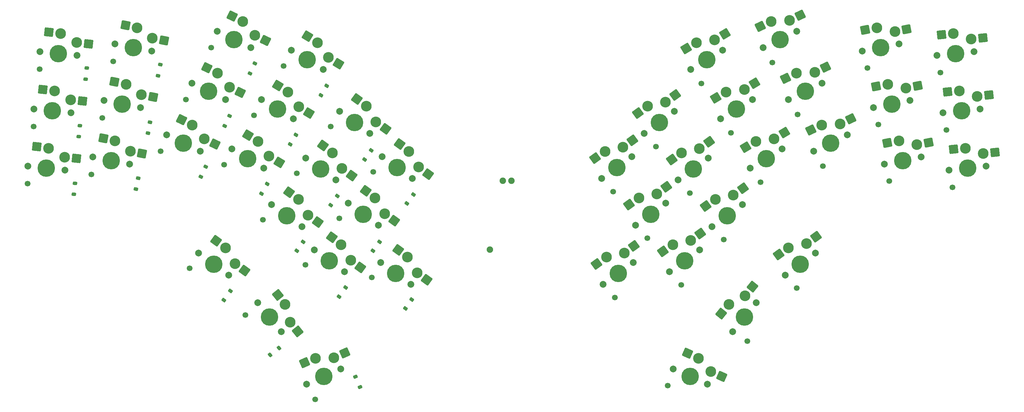
<source format=gbs>
G04 #@! TF.GenerationSoftware,KiCad,Pcbnew,8.0.3*
G04 #@! TF.CreationDate,2024-06-16T15:20:09+01:00*
G04 #@! TF.ProjectId,ykb,796b622e-6b69-4636-9164-5f7063625858,v1.0.0*
G04 #@! TF.SameCoordinates,Original*
G04 #@! TF.FileFunction,Soldermask,Bot*
G04 #@! TF.FilePolarity,Negative*
%FSLAX46Y46*%
G04 Gerber Fmt 4.6, Leading zero omitted, Abs format (unit mm)*
G04 Created by KiCad (PCBNEW 8.0.3) date 2024-06-16 15:20:09*
%MOMM*%
%LPD*%
G01*
G04 APERTURE LIST*
G04 Aperture macros list*
%AMRoundRect*
0 Rectangle with rounded corners*
0 $1 Rounding radius*
0 $2 $3 $4 $5 $6 $7 $8 $9 X,Y pos of 4 corners*
0 Add a 4 corners polygon primitive as box body*
4,1,4,$2,$3,$4,$5,$6,$7,$8,$9,$2,$3,0*
0 Add four circle primitives for the rounded corners*
1,1,$1+$1,$2,$3*
1,1,$1+$1,$4,$5*
1,1,$1+$1,$6,$7*
1,1,$1+$1,$8,$9*
0 Add four rect primitives between the rounded corners*
20,1,$1+$1,$2,$3,$4,$5,0*
20,1,$1+$1,$4,$5,$6,$7,0*
20,1,$1+$1,$6,$7,$8,$9,0*
20,1,$1+$1,$8,$9,$2,$3,0*%
G04 Aperture macros list end*
%ADD10C,1.900000*%
%ADD11C,3.150000*%
%ADD12RoundRect,0.260000X-1.395932X-0.516913X0.549920X-1.383262X1.395932X0.516913X-0.549920X1.383262X0*%
%ADD13C,5.150000*%
%ADD14C,2.000000*%
%ADD15C,1.700000*%
%ADD16RoundRect,0.260000X0.138006X-1.482154X1.478458X0.173167X-0.138006X1.482154X-1.478458X-0.173167X0*%
%ADD17RoundRect,0.260000X-0.250306X-1.467369X1.472900X-0.215386X0.250306X1.467369X-1.472900X0.215386X0*%
%ADD18RoundRect,0.260000X-0.377244X-1.439970X1.448523X-0.342938X0.377244X1.439970X-1.448523X0.342938X0*%
%ADD19RoundRect,0.260000X-0.501310X-1.401611X1.413122X-0.467881X0.501310X1.401611X-1.413122X0.467881X0*%
%ADD20RoundRect,0.260000X-0.846992X-1.224104X1.243874X-0.817681X0.846992X1.224104X-1.243874X0.817681X0*%
%ADD21RoundRect,0.260000X-0.950456X-1.145626X1.167875X-0.922980X0.950456X1.145626X-1.167875X0.922980X0*%
%ADD22RoundRect,0.260000X-0.549920X-1.383262X1.395932X-0.516913X0.549920X1.383262X-1.395932X0.516913X0*%
%ADD23RoundRect,0.260000X-1.478458X0.173167X-0.138006X-1.482154X1.478458X-0.173167X0.138006X1.482154X0*%
%ADD24RoundRect,0.260000X-1.472900X-0.215386X0.250306X-1.467369X1.472900X0.215386X-0.250306X1.467369X0*%
%ADD25RoundRect,0.260000X-1.448523X-0.342938X0.377244X-1.439970X1.448523X0.342938X-0.377244X1.439970X0*%
%ADD26RoundRect,0.260000X-1.413122X-0.467881X0.501310X-1.401611X1.413122X0.467881X-0.501310X1.401611X0*%
%ADD27RoundRect,0.260000X-1.243874X-0.817681X0.846992X-1.224104X1.243874X0.817681X-0.846992X1.224104X0*%
%ADD28RoundRect,0.260000X-1.167875X-0.922980X0.950456X-1.145626X1.167875X0.922980X-0.950456X1.145626X0*%
%ADD29RoundRect,0.250000X0.467102X-0.065692X0.263734X0.391081X-0.467102X0.065692X-0.263734X-0.391081X0*%
%ADD30RoundRect,0.250000X0.057442X-0.468188X0.446015X-0.153528X-0.057442X0.468188X-0.446015X0.153528X0*%
%ADD31RoundRect,0.250000X0.176660X-0.437368X0.470553X-0.032860X-0.176660X0.437368X-0.470553X0.032860X0*%
%ADD32RoundRect,0.250000X0.214107X-0.420307X0.471626X0.008277X-0.214107X0.420307X-0.471626X-0.008277X0*%
%ADD33RoundRect,0.250000X0.249925X-0.400047X0.469110X0.049350X-0.249925X0.400047X-0.469110X-0.049350X0*%
%ADD34RoundRect,0.250000X0.344949X-0.321730X0.440353X0.169083X-0.344949X0.321730X-0.440353X-0.169083X0*%
%ADD35RoundRect,0.250000X0.371677X-0.290442X0.423941X0.206819X-0.371677X0.290442X-0.423941X-0.206819X0*%
G04 APERTURE END LIST*
D10*
G04 #@! TO.C,U1*
X223810000Y-155640000D03*
X226350000Y-155640000D03*
X220000000Y-175960000D03*
G04 #@! TD*
D11*
G04 #@! TO.C,S44*
X281399746Y-208005575D03*
X285113327Y-211957703D03*
D12*
X278243011Y-206490642D03*
X288310736Y-213381282D03*
D13*
X279000000Y-213395493D03*
D14*
X273975500Y-211158441D03*
X284024500Y-215632545D03*
D15*
X272337579Y-216066569D03*
G04 #@! TD*
D11*
G04 #@! TO.C,S43*
X290373493Y-192154806D03*
X295152101Y-189590649D03*
D16*
X288093157Y-194811885D03*
X297354723Y-186870638D03*
D13*
X294958654Y-195867796D03*
D14*
X291497392Y-200142099D03*
X298419916Y-191593493D03*
D15*
X295814354Y-202994526D03*
G04 #@! TD*
D11*
G04 #@! TO.C,S42*
X307944942Y-175462602D03*
X313224376Y-174222611D03*
D17*
X305054604Y-177438948D03*
X316055935Y-172165363D03*
D13*
X311412875Y-180235802D03*
D14*
X306963282Y-183468621D03*
X315862468Y-177002983D03*
D15*
X310394884Y-187341166D03*
G04 #@! TD*
D11*
G04 #@! TO.C,S41*
X254302375Y-178188515D03*
X259581809Y-176948524D03*
D17*
X251412037Y-180164861D03*
X262413368Y-174891276D03*
D13*
X257770308Y-182961715D03*
D14*
X253320715Y-186194534D03*
X262219901Y-179728896D03*
D15*
X256752317Y-190067079D03*
G04 #@! TD*
D11*
G04 #@! TO.C,S40*
X253876157Y-146978447D03*
X259155591Y-145738456D03*
D17*
X250985819Y-148954793D03*
X261987150Y-143681208D03*
D13*
X257344090Y-151751647D03*
D14*
X252894497Y-154984466D03*
X261793683Y-148518828D03*
D15*
X256326099Y-158857011D03*
G04 #@! TD*
D11*
G04 #@! TO.C,S39*
X263868506Y-160731736D03*
X269147940Y-159491745D03*
D17*
X260978168Y-162708082D03*
X271979499Y-157434497D03*
D13*
X267336439Y-165504936D03*
D14*
X262886846Y-168737755D03*
X271786032Y-162272117D03*
D15*
X266318448Y-172610300D03*
G04 #@! TD*
D11*
G04 #@! TO.C,S38*
X273860855Y-174485025D03*
X279140289Y-173245034D03*
D17*
X270970517Y-176461371D03*
X281971848Y-171187786D03*
D13*
X277328788Y-179258225D03*
D14*
X272879195Y-182491044D03*
X281778381Y-176025406D03*
D15*
X276310797Y-186363589D03*
G04 #@! TD*
D11*
G04 #@! TO.C,S37*
X266439993Y-133647655D03*
X271719427Y-132407664D03*
D17*
X263549655Y-135624001D03*
X274550986Y-130350416D03*
D13*
X269907926Y-138420855D03*
D14*
X265458333Y-141653674D03*
X274357519Y-135188036D03*
D15*
X268889935Y-145526219D03*
G04 #@! TD*
D11*
G04 #@! TO.C,S36*
X276432342Y-147400944D03*
X281711776Y-146160953D03*
D17*
X273542004Y-149377290D03*
X284543335Y-144103705D03*
D13*
X279900275Y-152174144D03*
D14*
X275450682Y-155406963D03*
X284349868Y-148941325D03*
D15*
X278882284Y-159279508D03*
G04 #@! TD*
D11*
G04 #@! TO.C,S35*
X286424691Y-161154233D03*
X291704125Y-159914242D03*
D17*
X283534353Y-163130579D03*
X294535684Y-157856994D03*
D13*
X289892624Y-165927433D03*
D14*
X285443031Y-169160252D03*
X294342217Y-162694614D03*
D15*
X288874633Y-173032797D03*
G04 #@! TD*
D11*
G04 #@! TO.C,S34*
X280830276Y-114880948D03*
X286197693Y-114105809D03*
D18*
X277778687Y-116597864D03*
X289197778Y-112303176D03*
D13*
X283869001Y-119938235D03*
D14*
X279154581Y-122770944D03*
X288583421Y-117105526D03*
D15*
X282235611Y-126927837D03*
G04 #@! TD*
D11*
G04 #@! TO.C,S33*
X289585923Y-129452792D03*
X294953340Y-128677653D03*
D18*
X286534334Y-131169708D03*
X297953425Y-126875020D03*
D13*
X292624648Y-134510079D03*
D14*
X287910228Y-137342788D03*
X297339068Y-131677370D03*
D15*
X290991258Y-141499681D03*
G04 #@! TD*
D11*
G04 #@! TO.C,S32*
X298341570Y-144024636D03*
X303708987Y-143249497D03*
D18*
X295289981Y-145741552D03*
X306709072Y-141446864D03*
D13*
X301380295Y-149081923D03*
D14*
X296665875Y-151914632D03*
X306094715Y-146249214D03*
D15*
X299746905Y-156071525D03*
G04 #@! TD*
D11*
G04 #@! TO.C,S31*
X302850660Y-108649714D03*
X308265210Y-108345326D03*
D19*
X299661044Y-110094134D03*
X311410989Y-106811027D03*
D13*
X305437050Y-113952599D03*
D14*
X300493683Y-116363640D03*
X310380417Y-111541558D03*
D15*
X303200691Y-120773244D03*
G04 #@! TD*
D11*
G04 #@! TO.C,S30*
X310302969Y-123929213D03*
X315717519Y-123624825D03*
D19*
X307113353Y-125373633D03*
X318863298Y-122090526D03*
D13*
X312889359Y-129232098D03*
D14*
X307945992Y-131643139D03*
X317832726Y-126821057D03*
D15*
X310653000Y-136052743D03*
G04 #@! TD*
D11*
G04 #@! TO.C,S29*
X317755279Y-139208712D03*
X323169829Y-138904324D03*
D19*
X314565663Y-140653132D03*
X326315608Y-137370025D03*
D13*
X320341669Y-144511597D03*
D14*
X315398302Y-146922638D03*
X325285036Y-142100556D03*
D15*
X318105310Y-151332242D03*
G04 #@! TD*
D11*
G04 #@! TO.C,S28*
X334002431Y-110523941D03*
X339311266Y-111631313D03*
D20*
X330547655Y-111093609D03*
X342746961Y-110963481D03*
D13*
X335128204Y-116315541D03*
D14*
X329729254Y-117364990D03*
X340527154Y-115266092D03*
D15*
X331202734Y-122324966D03*
G04 #@! TD*
D11*
G04 #@! TO.C,S27*
X337246183Y-127211603D03*
X342555018Y-128318975D03*
D20*
X333791407Y-127781271D03*
X345990713Y-127651143D03*
D13*
X338371956Y-133003203D03*
D14*
X332973006Y-134052652D03*
X343770906Y-131953754D03*
D15*
X334446486Y-139012628D03*
G04 #@! TD*
D11*
G04 #@! TO.C,S26*
X340489936Y-143899266D03*
X345798771Y-145006638D03*
D20*
X337035160Y-144468934D03*
X349234466Y-144338806D03*
D13*
X341615709Y-149690866D03*
D14*
X336216759Y-150740315D03*
X347014659Y-148641417D03*
D15*
X337690239Y-155700291D03*
G04 #@! TD*
D11*
G04 #@! TO.C,S25*
X356567188Y-112238596D03*
X361759307Y-113804449D03*
D21*
X353075909Y-112504993D03*
X365240134Y-113438600D03*
D13*
X357183906Y-118106275D03*
D14*
X351714036Y-118681182D03*
X362653776Y-117531368D03*
D15*
X352749618Y-123750705D03*
G04 #@! TD*
D11*
G04 #@! TO.C,S24*
X358344172Y-129145468D03*
X363536291Y-130711321D03*
D21*
X354852893Y-129411865D03*
X367017118Y-130345472D03*
D13*
X358960890Y-135013147D03*
D14*
X353491020Y-135588054D03*
X364430760Y-134438240D03*
D15*
X354526602Y-140657577D03*
G04 #@! TD*
D11*
G04 #@! TO.C,S23*
X360121156Y-146052340D03*
X365313275Y-147618193D03*
D21*
X356629877Y-146318737D03*
X368794102Y-147252344D03*
D13*
X360737874Y-151920019D03*
D14*
X355268004Y-152494926D03*
X366207744Y-151345112D03*
D15*
X356303586Y-157564449D03*
G04 #@! TD*
D11*
G04 #@! TO.C,S22*
X168600254Y-208005575D03*
X174022128Y-207890337D03*
D22*
X165362171Y-209337799D03*
X177219537Y-206466759D03*
D13*
X171000000Y-213395493D03*
D14*
X165975500Y-215632545D03*
X176024500Y-211158441D03*
D15*
X168526966Y-220133935D03*
G04 #@! TD*
D11*
G04 #@! TO.C,S21*
X159626506Y-192154806D03*
X161141102Y-197362108D03*
D23*
X157501599Y-189371863D03*
X163343723Y-200082119D03*
D13*
X155041345Y-195867796D03*
D14*
X151580083Y-191593493D03*
X158502607Y-200142099D03*
D15*
X147892441Y-195223066D03*
G04 #@! TD*
D11*
G04 #@! TO.C,S20*
X142055057Y-175462602D03*
X144865793Y-180100464D03*
D24*
X139282276Y-173324452D03*
X147697352Y-182157712D03*
D13*
X138587124Y-180235802D03*
D14*
X134137531Y-177002983D03*
X143036717Y-183468621D03*
D15*
X131514945Y-181463313D03*
G04 #@! TD*
D11*
G04 #@! TO.C,S19*
X195697625Y-178188515D03*
X198508361Y-182826377D03*
D24*
X192924844Y-176050365D03*
X201339920Y-184883625D03*
D13*
X192229692Y-182961715D03*
D14*
X187780099Y-179728896D03*
X196679285Y-186194534D03*
D15*
X185157513Y-184189226D03*
G04 #@! TD*
D11*
G04 #@! TO.C,S18*
X196123843Y-146978447D03*
X198934579Y-151616309D03*
D24*
X193351062Y-144840297D03*
X201766138Y-153673557D03*
D13*
X192655910Y-151751647D03*
D14*
X188206317Y-148518828D03*
X197105503Y-154984466D03*
D15*
X185583731Y-152979158D03*
G04 #@! TD*
D11*
G04 #@! TO.C,S17*
X186131493Y-160731736D03*
X188942229Y-165369598D03*
D24*
X183358712Y-158593586D03*
X191773788Y-167426846D03*
D13*
X182663560Y-165504936D03*
D14*
X178213967Y-162272117D03*
X187113153Y-168737755D03*
D15*
X175591381Y-166732447D03*
G04 #@! TD*
D11*
G04 #@! TO.C,S16*
X176139144Y-174485025D03*
X178949880Y-179122887D03*
D24*
X173366363Y-172346875D03*
X181781439Y-181180135D03*
D13*
X172671211Y-179258225D03*
D14*
X168221618Y-176025406D03*
X177120804Y-182491044D03*
D15*
X165599032Y-180485736D03*
G04 #@! TD*
D11*
G04 #@! TO.C,S15*
X183560006Y-133647655D03*
X186370742Y-138285517D03*
D24*
X180787225Y-131509505D03*
X189202301Y-140342765D03*
D13*
X180092073Y-138420855D03*
D14*
X175642480Y-135188036D03*
X184541666Y-141653674D03*
D15*
X173019894Y-139648366D03*
G04 #@! TD*
D11*
G04 #@! TO.C,S14*
X173567657Y-147400944D03*
X176378393Y-152038806D03*
D24*
X170794876Y-145262794D03*
X179209952Y-154096054D03*
D13*
X170099724Y-152174144D03*
D14*
X165650131Y-148941325D03*
X174549317Y-155406963D03*
D15*
X163027545Y-153401655D03*
G04 #@! TD*
D11*
G04 #@! TO.C,S13*
X163575308Y-161154233D03*
X166386044Y-165792095D03*
D24*
X160802527Y-159016083D03*
X169217603Y-167849343D03*
D13*
X160107375Y-165927433D03*
D14*
X155657782Y-162694614D03*
X164556968Y-169160252D03*
D15*
X153035196Y-167154944D03*
G04 #@! TD*
D11*
G04 #@! TO.C,S12*
X169169723Y-114880948D03*
X172373979Y-119256190D03*
D25*
X166221141Y-112992598D03*
X175374065Y-121058823D03*
D13*
X166130998Y-119938235D03*
D14*
X161416578Y-117105526D03*
X170845418Y-122770944D03*
D15*
X159192715Y-121777456D03*
G04 #@! TD*
D11*
G04 #@! TO.C,S11*
X160414076Y-129452792D03*
X163618332Y-133828034D03*
D25*
X157465494Y-127564442D03*
X166618418Y-135630667D03*
D13*
X157375351Y-134510079D03*
D14*
X152660931Y-131677370D03*
X162089771Y-137342788D03*
D15*
X150437068Y-136349300D03*
G04 #@! TD*
D11*
G04 #@! TO.C,S10*
X151658429Y-144024636D03*
X154862685Y-148399878D03*
D25*
X148709847Y-142136286D03*
X157862771Y-150202511D03*
D13*
X148619704Y-149081923D03*
D14*
X143905284Y-146249214D03*
X153334124Y-151914632D03*
D15*
X141681421Y-150921144D03*
G04 #@! TD*
D11*
G04 #@! TO.C,S9*
X147149340Y-108649714D03*
X150722731Y-112729037D03*
D26*
X144047398Y-107025536D03*
X153868510Y-114263336D03*
D13*
X144562950Y-113952599D03*
D14*
X139619583Y-111541558D03*
X149506317Y-116363640D03*
D15*
X137811368Y-116389533D03*
G04 #@! TD*
D11*
G04 #@! TO.C,S8*
X139697030Y-123929213D03*
X143270421Y-128008536D03*
D26*
X136595088Y-122305035D03*
X146416200Y-129542835D03*
D13*
X137110640Y-129232098D03*
D14*
X132167273Y-126821057D03*
X142054007Y-131643139D03*
D15*
X130359058Y-131669032D03*
G04 #@! TD*
D11*
G04 #@! TO.C,S7*
X132244721Y-139208712D03*
X135818112Y-143288035D03*
D26*
X129142779Y-137584534D03*
X138963891Y-144822334D03*
D13*
X129658331Y-144511597D03*
D14*
X124714964Y-142100556D03*
X134601698Y-146922638D03*
D15*
X122906749Y-146948531D03*
G04 #@! TD*
D11*
G04 #@! TO.C,S6*
X115997569Y-110523941D03*
X120505006Y-113539403D03*
D27*
X112580955Y-109757946D03*
X123940701Y-114207234D03*
D13*
X114871796Y-116315541D03*
D14*
X109472846Y-115266092D03*
X120270746Y-117364990D03*
D15*
X108980994Y-120416876D03*
G04 #@! TD*
D11*
G04 #@! TO.C,S5*
X112753816Y-127211603D03*
X117261253Y-130227065D03*
D27*
X109337202Y-126445608D03*
X120696948Y-130894896D03*
D13*
X111628043Y-133003203D03*
D14*
X106229093Y-131953754D03*
X117026993Y-134052652D03*
D15*
X105737241Y-137104538D03*
G04 #@! TD*
D11*
G04 #@! TO.C,S4*
X109510063Y-143899266D03*
X114017500Y-146914728D03*
D27*
X106093449Y-143133271D03*
X117453195Y-147582559D03*
D13*
X108384290Y-149690866D03*
D14*
X102985340Y-148641417D03*
X113783240Y-150740315D03*
D15*
X102493488Y-153792201D03*
G04 #@! TD*
D11*
G04 #@! TO.C,S3*
X93432811Y-112238596D03*
X98185911Y-114849734D03*
D28*
X89962437Y-111773294D03*
X101666737Y-115215584D03*
D13*
X92816093Y-118106275D03*
D14*
X87346223Y-117531368D03*
X98285963Y-118681182D03*
D15*
X87305162Y-122705420D03*
G04 #@! TD*
D11*
G04 #@! TO.C,S2*
X91655827Y-129145468D03*
X96408927Y-131756606D03*
D28*
X88185453Y-128680166D03*
X99889753Y-132122456D03*
D13*
X91039109Y-135013147D03*
D14*
X85569239Y-134438240D03*
X96508979Y-135588054D03*
D15*
X85528178Y-139612292D03*
G04 #@! TD*
D11*
G04 #@! TO.C,S1*
X89878843Y-146052340D03*
X94631943Y-148663478D03*
D28*
X86408469Y-145587038D03*
X98112769Y-149029328D03*
D13*
X89262125Y-151920019D03*
D14*
X83792255Y-151345112D03*
X94731995Y-152494926D03*
D15*
X83751194Y-156519164D03*
G04 #@! TD*
D29*
G04 #@! TO.C,D22*
X181671115Y-216507350D03*
X180328885Y-213492650D03*
G04 #@! TD*
D30*
G04 #@! TO.C,D21*
X155217709Y-207038379D03*
X157782291Y-204961621D03*
G04 #@! TD*
D31*
G04 #@! TO.C,D20*
X141530154Y-190834878D03*
X143469846Y-188165122D03*
G04 #@! TD*
G04 #@! TO.C,D19*
X195030154Y-193334878D03*
X196969846Y-190665122D03*
G04 #@! TD*
G04 #@! TO.C,D18*
X195530154Y-162334878D03*
X197469846Y-159665122D03*
G04 #@! TD*
G04 #@! TO.C,D17*
X185530154Y-176334878D03*
X187469846Y-173665122D03*
G04 #@! TD*
G04 #@! TO.C,D16*
X175530154Y-189834878D03*
X177469846Y-187165122D03*
G04 #@! TD*
G04 #@! TO.C,D15*
X183030154Y-149334878D03*
X184969846Y-146665122D03*
G04 #@! TD*
G04 #@! TO.C,D14*
X173030154Y-162834878D03*
X174969846Y-160165122D03*
G04 #@! TD*
G04 #@! TO.C,D13*
X163030154Y-176334878D03*
X164969846Y-173665122D03*
G04 #@! TD*
D32*
G04 #@! TO.C,D12*
X170150187Y-130414326D03*
X171849813Y-127585674D03*
G04 #@! TD*
G04 #@! TO.C,D11*
X161150187Y-144914326D03*
X162849813Y-142085674D03*
G04 #@! TD*
G04 #@! TO.C,D10*
X152650187Y-159414326D03*
X154349813Y-156585674D03*
G04 #@! TD*
D33*
G04 #@! TO.C,D9*
X149276688Y-123983010D03*
X150723312Y-121016990D03*
G04 #@! TD*
G04 #@! TO.C,D8*
X141776688Y-139483010D03*
X143223312Y-136516990D03*
G04 #@! TD*
G04 #@! TO.C,D7*
X134776688Y-154483010D03*
X136223312Y-151516990D03*
G04 #@! TD*
D34*
G04 #@! TO.C,D6*
X122185165Y-124619685D03*
X122814835Y-121380315D03*
G04 #@! TD*
G04 #@! TO.C,D5*
X119185165Y-141619685D03*
X119814835Y-138380315D03*
G04 #@! TD*
G04 #@! TO.C,D4*
X115685165Y-158119685D03*
X116314835Y-154880315D03*
G04 #@! TD*
D35*
G04 #@! TO.C,D3*
X100827528Y-125640961D03*
X101172472Y-122359039D03*
G04 #@! TD*
G04 #@! TO.C,D2*
X98827528Y-142640961D03*
X99172472Y-139359039D03*
G04 #@! TD*
G04 #@! TO.C,D1*
X97327528Y-159640961D03*
X97672472Y-156359039D03*
G04 #@! TD*
M02*

</source>
